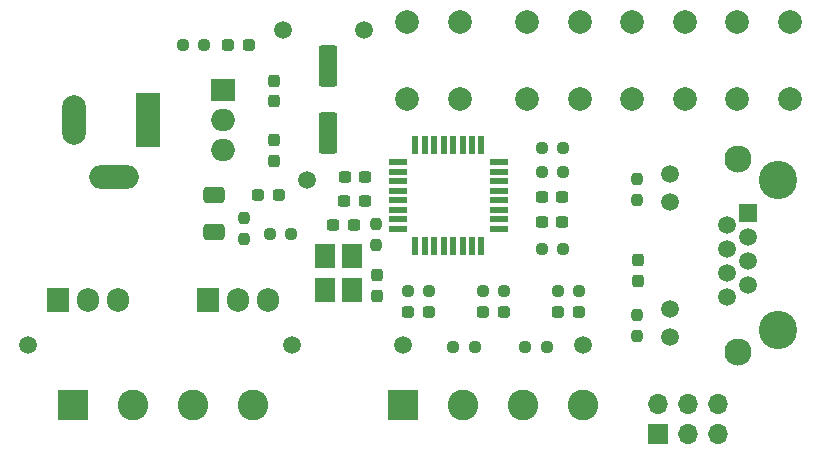
<source format=gts>
%TF.GenerationSoftware,KiCad,Pcbnew,(6.0.0)*%
%TF.CreationDate,2022-05-28T20:15:04-06:00*%
%TF.ProjectId,PantryLights,50616e74-7279-44c6-9967-6874732e6b69,rev?*%
%TF.SameCoordinates,Original*%
%TF.FileFunction,Soldermask,Top*%
%TF.FilePolarity,Negative*%
%FSLAX46Y46*%
G04 Gerber Fmt 4.6, Leading zero omitted, Abs format (unit mm)*
G04 Created by KiCad (PCBNEW (6.0.0)) date 2022-05-28 20:15:04*
%MOMM*%
%LPD*%
G01*
G04 APERTURE LIST*
G04 Aperture macros list*
%AMRoundRect*
0 Rectangle with rounded corners*
0 $1 Rounding radius*
0 $2 $3 $4 $5 $6 $7 $8 $9 X,Y pos of 4 corners*
0 Add a 4 corners polygon primitive as box body*
4,1,4,$2,$3,$4,$5,$6,$7,$8,$9,$2,$3,0*
0 Add four circle primitives for the rounded corners*
1,1,$1+$1,$2,$3*
1,1,$1+$1,$4,$5*
1,1,$1+$1,$6,$7*
1,1,$1+$1,$8,$9*
0 Add four rect primitives between the rounded corners*
20,1,$1+$1,$2,$3,$4,$5,0*
20,1,$1+$1,$4,$5,$6,$7,0*
20,1,$1+$1,$6,$7,$8,$9,0*
20,1,$1+$1,$8,$9,$2,$3,0*%
G04 Aperture macros list end*
%ADD10RoundRect,0.237500X-0.287500X-0.237500X0.287500X-0.237500X0.287500X0.237500X-0.287500X0.237500X0*%
%ADD11RoundRect,0.237500X-0.237500X0.250000X-0.237500X-0.250000X0.237500X-0.250000X0.237500X0.250000X0*%
%ADD12C,1.500000*%
%ADD13RoundRect,0.250000X-0.650000X0.412500X-0.650000X-0.412500X0.650000X-0.412500X0.650000X0.412500X0*%
%ADD14R,1.905000X2.000000*%
%ADD15O,1.905000X2.000000*%
%ADD16RoundRect,0.237500X0.250000X0.237500X-0.250000X0.237500X-0.250000X-0.237500X0.250000X-0.237500X0*%
%ADD17R,1.700000X1.700000*%
%ADD18O,1.700000X1.700000*%
%ADD19RoundRect,0.237500X-0.300000X-0.237500X0.300000X-0.237500X0.300000X0.237500X-0.300000X0.237500X0*%
%ADD20RoundRect,0.237500X0.300000X0.237500X-0.300000X0.237500X-0.300000X-0.237500X0.300000X-0.237500X0*%
%ADD21C,3.250000*%
%ADD22R,1.500000X1.500000*%
%ADD23C,2.300000*%
%ADD24R,2.600000X2.600000*%
%ADD25C,2.600000*%
%ADD26RoundRect,0.237500X-0.250000X-0.237500X0.250000X-0.237500X0.250000X0.237500X-0.250000X0.237500X0*%
%ADD27C,2.000000*%
%ADD28R,2.000000X1.905000*%
%ADD29O,2.000000X1.905000*%
%ADD30R,1.800000X2.100000*%
%ADD31RoundRect,0.237500X-0.237500X0.300000X-0.237500X-0.300000X0.237500X-0.300000X0.237500X0.300000X0*%
%ADD32RoundRect,0.237500X0.237500X-0.300000X0.237500X0.300000X-0.237500X0.300000X-0.237500X-0.300000X0*%
%ADD33RoundRect,0.250000X-0.550000X1.500000X-0.550000X-1.500000X0.550000X-1.500000X0.550000X1.500000X0*%
%ADD34R,2.000000X4.600000*%
%ADD35O,2.000000X4.200000*%
%ADD36O,4.200000X2.000000*%
%ADD37RoundRect,0.237500X0.237500X-0.250000X0.237500X0.250000X-0.237500X0.250000X-0.237500X-0.250000X0*%
%ADD38R,1.600000X0.550000*%
%ADD39R,0.550000X1.600000*%
G04 APERTURE END LIST*
D10*
%TO.C,D4*%
X145011000Y-105190000D03*
X146761000Y-105190000D03*
%TD*%
D11*
%TO.C,R7*%
X131154000Y-97165500D03*
X131154000Y-98990500D03*
%TD*%
D12*
%TO.C,TP3*%
X136488000Y-94014000D03*
%TD*%
D11*
%TO.C,R1*%
X164403112Y-93863500D03*
X164403112Y-95688500D03*
%TD*%
D13*
%TO.C,C11*%
X128614000Y-95245500D03*
X128614000Y-98370500D03*
%TD*%
D12*
%TO.C,TP7*%
X135218000Y-107984000D03*
%TD*%
D14*
%TO.C,Q2*%
X128106000Y-104174000D03*
D15*
X130646000Y-104174000D03*
X133186000Y-104174000D03*
%TD*%
D16*
%TO.C,R3*%
X127748500Y-82584000D03*
X125923500Y-82584000D03*
%TD*%
D17*
%TO.C,J5*%
X166206000Y-115487000D03*
D18*
X166206000Y-112947000D03*
X168746000Y-115487000D03*
X168746000Y-112947000D03*
X171286000Y-115487000D03*
X171286000Y-112947000D03*
%TD*%
D19*
%TO.C,C4*%
X138673500Y-97824000D03*
X140398500Y-97824000D03*
%TD*%
D20*
%TO.C,C8*%
X158076304Y-95381210D03*
X156351304Y-95381210D03*
%TD*%
D14*
%TO.C,Q1*%
X115406000Y-104174000D03*
D15*
X117946000Y-104174000D03*
X120486000Y-104174000D03*
%TD*%
D12*
%TO.C,TP5*%
X159856000Y-107984000D03*
%TD*%
D10*
%TO.C,D2*%
X157711000Y-105190000D03*
X159461000Y-105190000D03*
%TD*%
D21*
%TO.C,J2*%
X176366000Y-94014000D03*
X176366000Y-106714000D03*
D22*
X173826000Y-96804000D03*
D12*
X172046000Y-97820000D03*
X173826000Y-98836000D03*
X172046000Y-99852000D03*
X173826000Y-100868000D03*
X172046000Y-101884000D03*
X173826000Y-102900000D03*
X172046000Y-103916000D03*
X167226000Y-93504000D03*
X167226000Y-95794000D03*
X167226000Y-104934000D03*
X167226000Y-107224000D03*
D23*
X172936000Y-92234000D03*
X172936000Y-108494000D03*
%TD*%
D24*
%TO.C,J3*%
X116676000Y-113064000D03*
D25*
X121756000Y-113064000D03*
X126836000Y-113064000D03*
X131916000Y-113064000D03*
%TD*%
D26*
%TO.C,R6*%
X148845448Y-108125924D03*
X150670448Y-108125924D03*
%TD*%
%TO.C,R5*%
X154915982Y-108119946D03*
X156740982Y-108119946D03*
%TD*%
D27*
%TO.C,SW4*%
X149406000Y-80604000D03*
X144906000Y-80604000D03*
X149406000Y-87104000D03*
X144906000Y-87104000D03*
%TD*%
%TO.C,SW2*%
X163956000Y-87104000D03*
X168456000Y-87104000D03*
X163956000Y-80604000D03*
X168456000Y-80604000D03*
%TD*%
%TO.C,SW3*%
X172846000Y-87104000D03*
X177346000Y-87104000D03*
X172846000Y-80604000D03*
X177346000Y-80604000D03*
%TD*%
D28*
%TO.C,U2*%
X129376000Y-86394000D03*
D29*
X129376000Y-88934000D03*
X129376000Y-91474000D03*
%TD*%
D20*
%TO.C,C6*%
X141359163Y-93676542D03*
X139634163Y-93676542D03*
%TD*%
D16*
%TO.C,R11*%
X135114500Y-98586000D03*
X133289500Y-98586000D03*
%TD*%
D30*
%TO.C,Y1*%
X137934826Y-100425520D03*
X137934826Y-103325520D03*
X140234826Y-103325520D03*
X140234826Y-100425520D03*
%TD*%
D26*
%TO.C,R8*%
X144973500Y-103412000D03*
X146798500Y-103412000D03*
%TD*%
D10*
%TO.C,D3*%
X151361000Y-105190000D03*
X153111000Y-105190000D03*
%TD*%
D26*
%TO.C,R10*%
X157673500Y-103412000D03*
X159498500Y-103412000D03*
%TD*%
%TO.C,R13*%
X156320343Y-93273711D03*
X158145343Y-93273711D03*
%TD*%
D12*
%TO.C,TP4*%
X144616000Y-107984000D03*
%TD*%
%TO.C,TP6*%
X112866000Y-107984000D03*
%TD*%
D31*
%TO.C,C2*%
X133691397Y-85574524D03*
X133691397Y-87299524D03*
%TD*%
D24*
%TO.C,J4*%
X144616000Y-113064000D03*
D25*
X149696000Y-113064000D03*
X154776000Y-113064000D03*
X159856000Y-113064000D03*
%TD*%
D32*
%TO.C,C3*%
X133676310Y-92336500D03*
X133676310Y-90611500D03*
%TD*%
%TO.C,C5*%
X142352528Y-103752755D03*
X142352528Y-102027755D03*
%TD*%
D33*
%TO.C,C1*%
X138266000Y-84356000D03*
X138266000Y-89956000D03*
%TD*%
D10*
%TO.C,D1*%
X129771000Y-82584000D03*
X131521000Y-82584000D03*
%TD*%
D20*
%TO.C,C9*%
X158078000Y-97570000D03*
X156353000Y-97570000D03*
%TD*%
D26*
%TO.C,R9*%
X151323500Y-103412000D03*
X153148500Y-103412000D03*
%TD*%
D34*
%TO.C,J1*%
X123026000Y-88934000D03*
D35*
X116726000Y-88934000D03*
D36*
X120126000Y-93734000D03*
%TD*%
D26*
%TO.C,R4*%
X156324761Y-99805533D03*
X158149761Y-99805533D03*
%TD*%
D20*
%TO.C,C7*%
X141349789Y-95724570D03*
X139624789Y-95724570D03*
%TD*%
D11*
%TO.C,R2*%
X164418423Y-105391708D03*
X164418423Y-107216708D03*
%TD*%
D27*
%TO.C,SW1*%
X155066000Y-87104000D03*
X159566000Y-87104000D03*
X155066000Y-80604000D03*
X159566000Y-80604000D03*
%TD*%
D10*
%TO.C,D5*%
X132311000Y-95284000D03*
X134061000Y-95284000D03*
%TD*%
D37*
%TO.C,R14*%
X142266839Y-99499677D03*
X142266839Y-97674677D03*
%TD*%
D26*
%TO.C,R12*%
X156327898Y-91227410D03*
X158152898Y-91227410D03*
%TD*%
D38*
%TO.C,U1*%
X144176000Y-92484000D03*
X144176000Y-93284000D03*
X144176000Y-94084000D03*
X144176000Y-94884000D03*
X144176000Y-95684000D03*
X144176000Y-96484000D03*
X144176000Y-97284000D03*
X144176000Y-98084000D03*
D39*
X145626000Y-99534000D03*
X146426000Y-99534000D03*
X147226000Y-99534000D03*
X148026000Y-99534000D03*
X148826000Y-99534000D03*
X149626000Y-99534000D03*
X150426000Y-99534000D03*
X151226000Y-99534000D03*
D38*
X152676000Y-98084000D03*
X152676000Y-97284000D03*
X152676000Y-96484000D03*
X152676000Y-95684000D03*
X152676000Y-94884000D03*
X152676000Y-94084000D03*
X152676000Y-93284000D03*
X152676000Y-92484000D03*
D39*
X151226000Y-91034000D03*
X150426000Y-91034000D03*
X149626000Y-91034000D03*
X148826000Y-91034000D03*
X148026000Y-91034000D03*
X147226000Y-91034000D03*
X146426000Y-91034000D03*
X145626000Y-91034000D03*
%TD*%
D32*
%TO.C,C10*%
X164444473Y-102507175D03*
X164444473Y-100782175D03*
%TD*%
D12*
%TO.C,TP2*%
X134420742Y-81314000D03*
%TD*%
%TO.C,TP1*%
X141314000Y-81314000D03*
%TD*%
M02*

</source>
